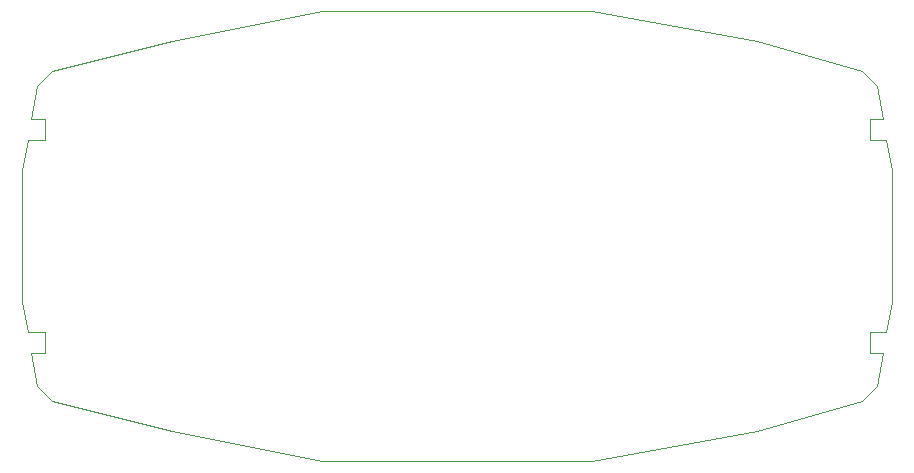
<source format=gm1>
G04 #@! TF.GenerationSoftware,KiCad,Pcbnew,(5.1.10)-1*
G04 #@! TF.CreationDate,2021-06-16T11:20:36+02:00*
G04 #@! TF.ProjectId,MSPBMP,4d535042-4d50-42e6-9b69-6361645f7063,rev?*
G04 #@! TF.SameCoordinates,Original*
G04 #@! TF.FileFunction,Profile,NP*
%FSLAX46Y46*%
G04 Gerber Fmt 4.6, Leading zero omitted, Abs format (unit mm)*
G04 Created by KiCad (PCBNEW (5.1.10)-1) date 2021-06-16 11:20:36*
%MOMM*%
%LPD*%
G01*
G04 APERTURE LIST*
G04 #@! TA.AperFunction,Profile*
%ADD10C,0.050000*%
G04 #@! TD*
G04 APERTURE END LIST*
D10*
X64262000Y-79756000D02*
X64770000Y-82550000D01*
X65405000Y-79756000D02*
X64262000Y-79756000D01*
X65405000Y-77978000D02*
X65405000Y-79756000D01*
X64008000Y-77978000D02*
X65405000Y-77978000D01*
X64262000Y-59944000D02*
X64770000Y-57150000D01*
X65405000Y-59944000D02*
X64262000Y-59944000D01*
X65405000Y-61722000D02*
X65405000Y-59944000D01*
X64008000Y-61722000D02*
X65405000Y-61722000D01*
X136398000Y-79756000D02*
X135890000Y-82550000D01*
X135255000Y-79756000D02*
X136398000Y-79756000D01*
X135255000Y-77978000D02*
X135255000Y-79756000D01*
X136652000Y-77978000D02*
X135255000Y-77978000D01*
X135890000Y-57150000D02*
X136398000Y-59944000D01*
X135255000Y-59944000D02*
X136398000Y-59944000D01*
X135255000Y-61722000D02*
X135255000Y-59944000D01*
X136652000Y-61722000D02*
X135255000Y-61722000D01*
X137160000Y-64262000D02*
X136652000Y-61722000D01*
X66040000Y-55880000D02*
X76200000Y-53340000D01*
X64770000Y-57150000D02*
X66040000Y-55880000D01*
X135890000Y-57150000D02*
X134620000Y-55880000D01*
X134620000Y-83820000D02*
X135890000Y-82550000D01*
X66040000Y-83820000D02*
X64770000Y-82550000D01*
X76200000Y-86360000D02*
X66040000Y-83820000D01*
X125730000Y-86360000D02*
X134620000Y-83820000D01*
X134620000Y-55880000D02*
X125730000Y-53340000D01*
X88900000Y-88900000D02*
X76200000Y-86360000D01*
X111760000Y-88900000D02*
X125730000Y-86360000D01*
X64008000Y-77978000D02*
X63500000Y-75438000D01*
X63500000Y-64262000D02*
X64008000Y-61722000D01*
X88900000Y-50800000D02*
X76200000Y-53340000D01*
X125730000Y-53340000D02*
X111760000Y-50800000D01*
X136652000Y-77978000D02*
X137160000Y-75438000D01*
X63500000Y-75438000D02*
X63500000Y-64262000D01*
X111760000Y-88900000D02*
X88900000Y-88900000D01*
X137160000Y-64262000D02*
X137160000Y-75438000D01*
X88900000Y-50800000D02*
X111760000Y-50800000D01*
M02*

</source>
